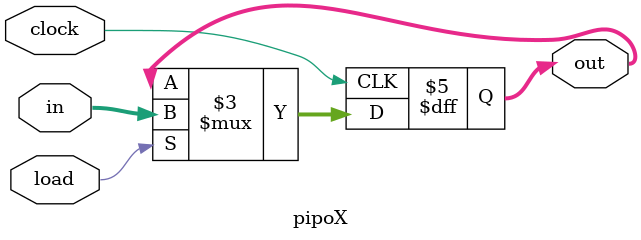
<source format=v>

module pipoX(out, in, load, clock);
    input [15:0] in;
    input load, clock;
    output reg [15:0] out;

    always @(posedge clock) begin 
        if(load == 1) begin
            out <= in;
          //  $display("Currently at PIPO_X %d and output %d", in, out);
             end
    end

endmodule
</source>
